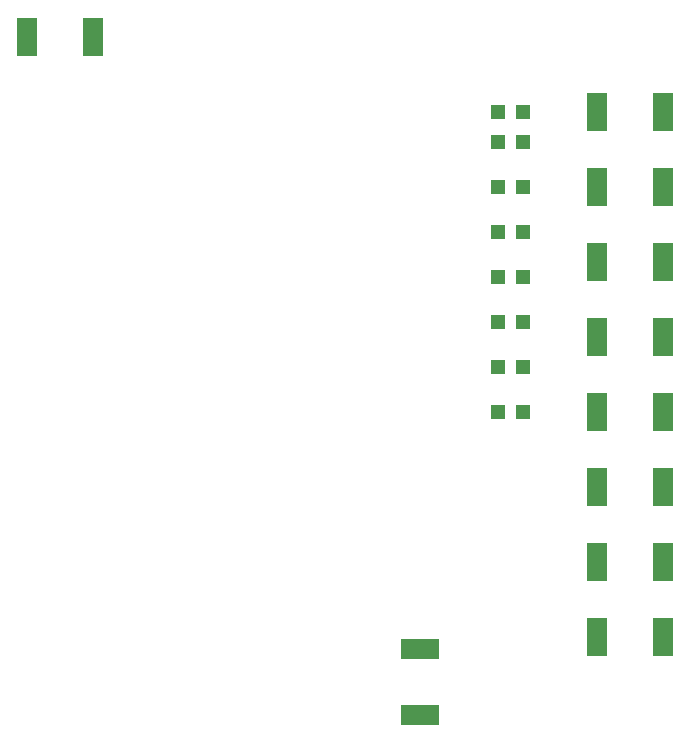
<source format=gtp>
G75*
%MOIN*%
%OFA0B0*%
%FSLAX25Y25*%
%IPPOS*%
%LPD*%
%AMOC8*
5,1,8,0,0,1.08239X$1,22.5*
%
%ADD10R,0.04724X0.04724*%
%ADD11R,0.07087X0.12598*%
%ADD12R,0.12598X0.07087*%
D10*
X0241866Y0136000D03*
X0250134Y0136000D03*
X0250134Y0151000D03*
X0241866Y0151000D03*
X0241866Y0166000D03*
X0250134Y0166000D03*
X0250134Y0181000D03*
X0241866Y0181000D03*
X0241866Y0196000D03*
X0250134Y0196000D03*
X0250134Y0211000D03*
X0241866Y0211000D03*
X0241866Y0226000D03*
X0250134Y0226000D03*
X0250134Y0236000D03*
X0241866Y0236000D03*
D11*
X0274976Y0236000D03*
X0297024Y0236000D03*
X0297024Y0211000D03*
X0274976Y0211000D03*
X0274976Y0186000D03*
X0297024Y0186000D03*
X0297024Y0161000D03*
X0274976Y0161000D03*
X0274976Y0136000D03*
X0297024Y0136000D03*
X0297024Y0111000D03*
X0274976Y0111000D03*
X0274976Y0086000D03*
X0297024Y0086000D03*
X0297024Y0061000D03*
X0274976Y0061000D03*
X0107024Y0261000D03*
X0084976Y0261000D03*
D12*
X0216000Y0034976D03*
X0216000Y0057024D03*
M02*

</source>
